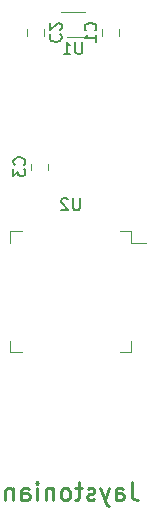
<source format=gbr>
G04 #@! TF.GenerationSoftware,KiCad,Pcbnew,(5.1.5)-3*
G04 #@! TF.CreationDate,2020-09-09T09:45:17-04:00*
G04 #@! TF.ProjectId,DIP48-XC9572XL,44495034-382d-4584-9339-353732584c2e,1*
G04 #@! TF.SameCoordinates,Original*
G04 #@! TF.FileFunction,Legend,Bot*
G04 #@! TF.FilePolarity,Positive*
%FSLAX46Y46*%
G04 Gerber Fmt 4.6, Leading zero omitted, Abs format (unit mm)*
G04 Created by KiCad (PCBNEW (5.1.5)-3) date 2020-09-09 09:45:17*
%MOMM*%
%LPD*%
G04 APERTURE LIST*
%ADD10C,0.250000*%
%ADD11C,0.120000*%
%ADD12C,0.150000*%
G04 APERTURE END LIST*
D10*
X94677857Y-93158571D02*
X94677857Y-94230000D01*
X94749285Y-94444285D01*
X94892142Y-94587142D01*
X95106428Y-94658571D01*
X95249285Y-94658571D01*
X93320714Y-94658571D02*
X93320714Y-93872857D01*
X93392142Y-93730000D01*
X93535000Y-93658571D01*
X93820714Y-93658571D01*
X93963571Y-93730000D01*
X93320714Y-94587142D02*
X93463571Y-94658571D01*
X93820714Y-94658571D01*
X93963571Y-94587142D01*
X94035000Y-94444285D01*
X94035000Y-94301428D01*
X93963571Y-94158571D01*
X93820714Y-94087142D01*
X93463571Y-94087142D01*
X93320714Y-94015714D01*
X92749285Y-93658571D02*
X92392142Y-94658571D01*
X92035000Y-93658571D02*
X92392142Y-94658571D01*
X92535000Y-95015714D01*
X92606428Y-95087142D01*
X92749285Y-95158571D01*
X91535000Y-94587142D02*
X91392142Y-94658571D01*
X91106428Y-94658571D01*
X90963571Y-94587142D01*
X90892142Y-94444285D01*
X90892142Y-94372857D01*
X90963571Y-94230000D01*
X91106428Y-94158571D01*
X91320714Y-94158571D01*
X91463571Y-94087142D01*
X91535000Y-93944285D01*
X91535000Y-93872857D01*
X91463571Y-93730000D01*
X91320714Y-93658571D01*
X91106428Y-93658571D01*
X90963571Y-93730000D01*
X90463571Y-93658571D02*
X89892142Y-93658571D01*
X90249285Y-93158571D02*
X90249285Y-94444285D01*
X90177857Y-94587142D01*
X90035000Y-94658571D01*
X89892142Y-94658571D01*
X89177857Y-94658571D02*
X89320714Y-94587142D01*
X89392142Y-94515714D01*
X89463571Y-94372857D01*
X89463571Y-93944285D01*
X89392142Y-93801428D01*
X89320714Y-93730000D01*
X89177857Y-93658571D01*
X88963571Y-93658571D01*
X88820714Y-93730000D01*
X88749285Y-93801428D01*
X88677857Y-93944285D01*
X88677857Y-94372857D01*
X88749285Y-94515714D01*
X88820714Y-94587142D01*
X88963571Y-94658571D01*
X89177857Y-94658571D01*
X88035000Y-93658571D02*
X88035000Y-94658571D01*
X88035000Y-93801428D02*
X87963571Y-93730000D01*
X87820714Y-93658571D01*
X87606428Y-93658571D01*
X87463571Y-93730000D01*
X87392142Y-93872857D01*
X87392142Y-94658571D01*
X86677857Y-94658571D02*
X86677857Y-93658571D01*
X86677857Y-93158571D02*
X86749285Y-93230000D01*
X86677857Y-93301428D01*
X86606428Y-93230000D01*
X86677857Y-93158571D01*
X86677857Y-93301428D01*
X85320714Y-94658571D02*
X85320714Y-93872857D01*
X85392142Y-93730000D01*
X85535000Y-93658571D01*
X85820714Y-93658571D01*
X85963571Y-93730000D01*
X85320714Y-94587142D02*
X85463571Y-94658571D01*
X85820714Y-94658571D01*
X85963571Y-94587142D01*
X86035000Y-94444285D01*
X86035000Y-94301428D01*
X85963571Y-94158571D01*
X85820714Y-94087142D01*
X85463571Y-94087142D01*
X85320714Y-94015714D01*
X84606428Y-93658571D02*
X84606428Y-94658571D01*
X84606428Y-93801428D02*
X84535000Y-93730000D01*
X84392142Y-93658571D01*
X84177857Y-93658571D01*
X84035000Y-93730000D01*
X83963571Y-93872857D01*
X83963571Y-94658571D01*
D11*
X92190500Y-54793248D02*
X92190500Y-55315752D01*
X93610500Y-54793248D02*
X93610500Y-55315752D01*
X85840500Y-55315752D02*
X85840500Y-54793248D01*
X87260500Y-55315752D02*
X87260500Y-54793248D01*
X86158000Y-66159748D02*
X86158000Y-66682252D01*
X87578000Y-66159748D02*
X87578000Y-66682252D01*
X90725500Y-53359500D02*
X88725500Y-53359500D01*
X89225500Y-55479500D02*
X90725500Y-55479500D01*
X85362300Y-82110100D02*
X84412300Y-82110100D01*
X84412300Y-82110100D02*
X84412300Y-81160100D01*
X93682300Y-82110100D02*
X94632300Y-82110100D01*
X94632300Y-82110100D02*
X94632300Y-81160100D01*
X85362300Y-71890100D02*
X84412300Y-71890100D01*
X84412300Y-71890100D02*
X84412300Y-72840100D01*
X93682300Y-71890100D02*
X94632300Y-71890100D01*
X94632300Y-71890100D02*
X94632300Y-72840100D01*
X94632300Y-72840100D02*
X95922300Y-72840100D01*
D12*
X91607642Y-54887833D02*
X91655261Y-54840214D01*
X91702880Y-54697357D01*
X91702880Y-54602119D01*
X91655261Y-54459261D01*
X91560023Y-54364023D01*
X91464785Y-54316404D01*
X91274309Y-54268785D01*
X91131452Y-54268785D01*
X90940976Y-54316404D01*
X90845738Y-54364023D01*
X90750500Y-54459261D01*
X90702880Y-54602119D01*
X90702880Y-54697357D01*
X90750500Y-54840214D01*
X90798119Y-54887833D01*
X91702880Y-55840214D02*
X91702880Y-55268785D01*
X91702880Y-55554500D02*
X90702880Y-55554500D01*
X90845738Y-55459261D01*
X90940976Y-55364023D01*
X90988595Y-55268785D01*
X87843357Y-55221166D02*
X87795738Y-55268785D01*
X87748119Y-55411642D01*
X87748119Y-55506880D01*
X87795738Y-55649738D01*
X87890976Y-55744976D01*
X87986214Y-55792595D01*
X88176690Y-55840214D01*
X88319547Y-55840214D01*
X88510023Y-55792595D01*
X88605261Y-55744976D01*
X88700500Y-55649738D01*
X88748119Y-55506880D01*
X88748119Y-55411642D01*
X88700500Y-55268785D01*
X88652880Y-55221166D01*
X88652880Y-54840214D02*
X88700500Y-54792595D01*
X88748119Y-54697357D01*
X88748119Y-54459261D01*
X88700500Y-54364023D01*
X88652880Y-54316404D01*
X88557642Y-54268785D01*
X88462404Y-54268785D01*
X88319547Y-54316404D01*
X87748119Y-54887833D01*
X87748119Y-54268785D01*
X85575142Y-66254333D02*
X85622761Y-66206714D01*
X85670380Y-66063857D01*
X85670380Y-65968619D01*
X85622761Y-65825761D01*
X85527523Y-65730523D01*
X85432285Y-65682904D01*
X85241809Y-65635285D01*
X85098952Y-65635285D01*
X84908476Y-65682904D01*
X84813238Y-65730523D01*
X84718000Y-65825761D01*
X84670380Y-65968619D01*
X84670380Y-66063857D01*
X84718000Y-66206714D01*
X84765619Y-66254333D01*
X84670380Y-66587666D02*
X84670380Y-67206714D01*
X85051333Y-66873380D01*
X85051333Y-67016238D01*
X85098952Y-67111476D01*
X85146571Y-67159095D01*
X85241809Y-67206714D01*
X85479904Y-67206714D01*
X85575142Y-67159095D01*
X85622761Y-67111476D01*
X85670380Y-67016238D01*
X85670380Y-66730523D01*
X85622761Y-66635285D01*
X85575142Y-66587666D01*
X90487404Y-55871880D02*
X90487404Y-56681404D01*
X90439785Y-56776642D01*
X90392166Y-56824261D01*
X90296928Y-56871880D01*
X90106452Y-56871880D01*
X90011214Y-56824261D01*
X89963595Y-56776642D01*
X89915976Y-56681404D01*
X89915976Y-55871880D01*
X88915976Y-56871880D02*
X89487404Y-56871880D01*
X89201690Y-56871880D02*
X89201690Y-55871880D01*
X89296928Y-56014738D01*
X89392166Y-56109976D01*
X89487404Y-56157595D01*
X90284204Y-69102480D02*
X90284204Y-69912004D01*
X90236585Y-70007242D01*
X90188966Y-70054861D01*
X90093728Y-70102480D01*
X89903252Y-70102480D01*
X89808014Y-70054861D01*
X89760395Y-70007242D01*
X89712776Y-69912004D01*
X89712776Y-69102480D01*
X89284204Y-69197719D02*
X89236585Y-69150100D01*
X89141347Y-69102480D01*
X88903252Y-69102480D01*
X88808014Y-69150100D01*
X88760395Y-69197719D01*
X88712776Y-69292957D01*
X88712776Y-69388195D01*
X88760395Y-69531052D01*
X89331823Y-70102480D01*
X88712776Y-70102480D01*
M02*

</source>
